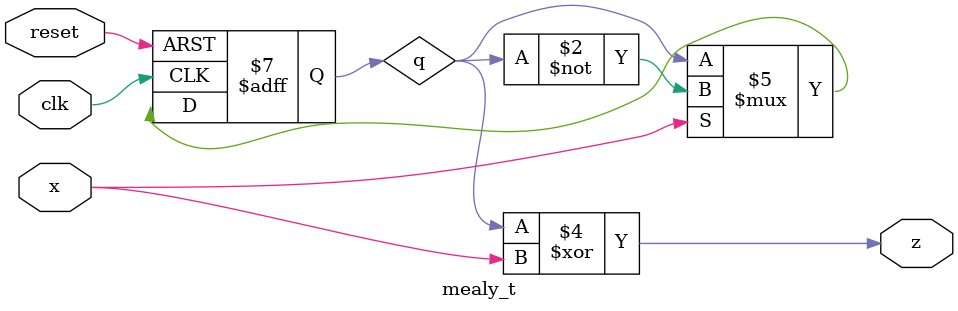
<source format=v>
/*
 * Mealy Machine Design (mealy_t)
 * This is another Mealy machine. Like mealy_d, the output depends on the internal state and the input.
 * The state flips (changes from 0 to 1 or 1 to 0) only when the input x is 1; if x is 0, the state stays put, unless reset.
 * The output is a mix (XOR) of the current state and the input, calculated instantly.
 * XOR means exclusive or: 1 if bits differ, 0 if same.
 */
module mealy_t (
    input clk,      // Clock - the timing signal that drives the machine
    input reset,    // Reset - use this to reset the state to 0 and start over
    input x,        // Input x - the bit we send to the machine
    output reg z    // Output z - the bit the machine sends back
);
    reg q;  // Internal state - keeps track of things, resets to 0

    // State update logic: Changes the state on clock ticks or reset
    always @(posedge clk or posedge reset) begin
        if (reset)
            q <= 1'b0;  // Reset: set state to 0
        else if (x)
            q <= ~q;     // If input x is 1, flip the state (0 becomes 1, 1 becomes 0)
        // If x is 0, state stays the same
    end

    // Output calculation: Computes the output right away
    always @(*) begin
        z = q ^ x;  // Output z is state XOR input x
    end
endmodule

</source>
